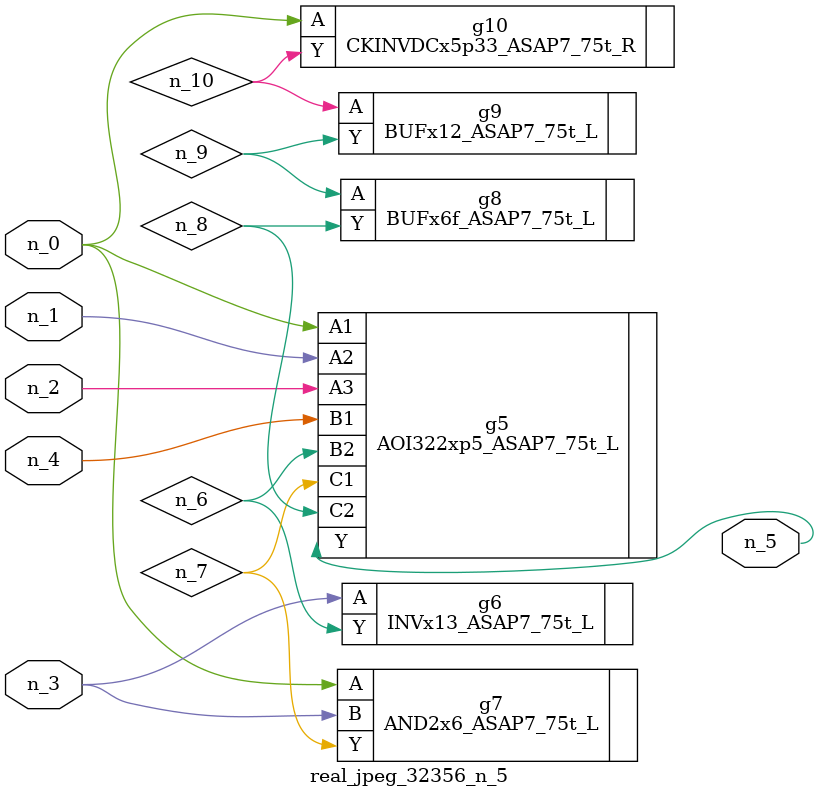
<source format=v>
module real_jpeg_32356_n_5 (n_4, n_0, n_1, n_2, n_3, n_5);

input n_4;
input n_0;
input n_1;
input n_2;
input n_3;

output n_5;

wire n_8;
wire n_6;
wire n_7;
wire n_10;
wire n_9;

AOI322xp5_ASAP7_75t_L g5 ( 
.A1(n_0),
.A2(n_1),
.A3(n_2),
.B1(n_4),
.B2(n_6),
.C1(n_7),
.C2(n_8),
.Y(n_5)
);

AND2x6_ASAP7_75t_L g7 ( 
.A(n_0),
.B(n_3),
.Y(n_7)
);

CKINVDCx5p33_ASAP7_75t_R g10 ( 
.A(n_0),
.Y(n_10)
);

INVx13_ASAP7_75t_L g6 ( 
.A(n_3),
.Y(n_6)
);

BUFx6f_ASAP7_75t_L g8 ( 
.A(n_9),
.Y(n_8)
);

BUFx12_ASAP7_75t_L g9 ( 
.A(n_10),
.Y(n_9)
);


endmodule
</source>
